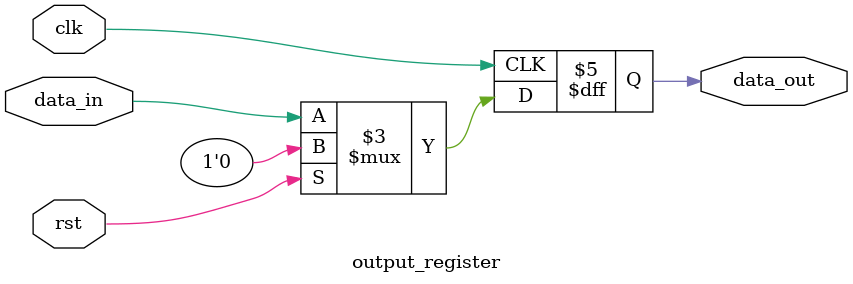
<source format=sv>
module pwm_generator_system #(
  parameter COUNTER_SIZE = 8
)(
  input  wire                     clk,          // System clock
  input  wire                     rst,          // System reset
  input  wire [COUNTER_SIZE-1:0]  duty_cycle,   // Desired PWM duty cycle
  output wire                     pwm_out       // PWM output signal
);

  // Internal signals
  wire [COUNTER_SIZE-1:0] counter_value;
  wire compare_result;
  wire sync_rst;
  
  // Reset synchronizer instantiation
  reset_synchronizer reset_sync_inst (
    .clk          (clk),
    .async_rst    (rst),
    .sync_rst     (sync_rst)
  );
  
  // Counter module instantiation
  counter_module #(
    .COUNTER_WIDTH(COUNTER_SIZE)
  ) counter_inst (
    .clk          (clk),
    .rst          (sync_rst),
    .counter_out  (counter_value)
  );
  
  // Comparator logic instantiation
  comparator_logic #(
    .DATA_WIDTH   (COUNTER_SIZE)
  ) comparator_inst (
    .counter_value(counter_value),
    .threshold    (duty_cycle),
    .compare_out  (compare_result)
  );
  
  // Output register module instantiation
  output_register pwm_output_inst (
    .clk          (clk),
    .rst          (sync_rst),
    .data_in      (compare_result),
    .data_out     (pwm_out)
  );
  
endmodule

//-----------------------------------------------------------------------------
// Reset Synchronizer: Synchronizes asynchronous reset to clock domain
//-----------------------------------------------------------------------------
module reset_synchronizer (
  input  wire clk,        // System clock
  input  wire async_rst,  // Asynchronous reset input
  output reg  sync_rst    // Synchronized reset output
);

  // Two-stage synchronizer to prevent metastability
  reg rst_meta;
  
  always @(posedge clk or posedge async_rst) begin
    if (async_rst) begin
      rst_meta  <= 1'b1;
      sync_rst  <= 1'b1;
    end else begin
      rst_meta  <= 1'b0;
      sync_rst  <= rst_meta;
    end
  end
  
endmodule

//-----------------------------------------------------------------------------
// Counter Module: Generates a free-running counter
//-----------------------------------------------------------------------------
module counter_module #(
  parameter COUNTER_WIDTH = 8
)(
  input  wire                       clk,          // System clock
  input  wire                       rst,          // Synchronized reset
  output reg  [COUNTER_WIDTH-1:0]   counter_out   // Counter output value
);
  
  always @(posedge clk) begin
    if (rst) begin
      counter_out <= {COUNTER_WIDTH{1'b0}};
    end else begin
      counter_out <= counter_out + 1'b1;
    end
  end
  
endmodule

//-----------------------------------------------------------------------------
// Comparator Logic: Combinational comparison of counter against threshold
//-----------------------------------------------------------------------------
module comparator_logic #(
  parameter DATA_WIDTH = 8
)(
  input  wire [DATA_WIDTH-1:0] counter_value,  // Current counter value
  input  wire [DATA_WIDTH-1:0] threshold,      // Duty cycle threshold
  output wire                  compare_out     // Comparison result
);
  
  // Pure combinational logic for better timing
  assign compare_out = (counter_value < threshold);
  
endmodule

//-----------------------------------------------------------------------------
// Output Register: Registers the comparator output
//-----------------------------------------------------------------------------
module output_register (
  input  wire clk,       // System clock
  input  wire rst,       // Synchronized reset
  input  wire data_in,   // Input data from comparator
  output reg  data_out   // Registered output (PWM signal)
);
  
  always @(posedge clk) begin
    if (rst) begin
      data_out <= 1'b0;
    end else begin
      data_out <= data_in;
    end
  end
  
endmodule
</source>
